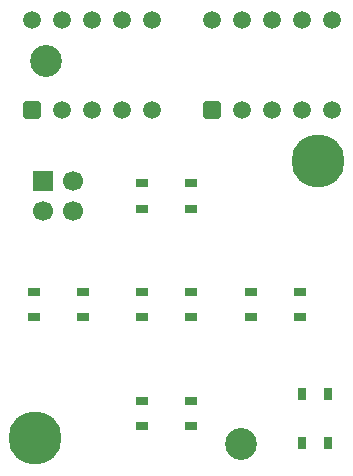
<source format=gbr>
%TF.GenerationSoftware,KiCad,Pcbnew,9.0.1*%
%TF.CreationDate,2025-09-02T02:57:32-07:00*%
%TF.ProjectId,pcb,7063622e-6b69-4636-9164-5f7063625858,B0*%
%TF.SameCoordinates,PX7bfa480PY4c4b400*%
%TF.FileFunction,Soldermask,Top*%
%TF.FilePolarity,Negative*%
%FSLAX46Y46*%
G04 Gerber Fmt 4.6, Leading zero omitted, Abs format (unit mm)*
G04 Created by KiCad (PCBNEW 9.0.1) date 2025-09-02 02:57:32*
%MOMM*%
%LPD*%
G01*
G04 APERTURE LIST*
G04 Aperture macros list*
%AMRoundRect*
0 Rectangle with rounded corners*
0 $1 Rounding radius*
0 $2 $3 $4 $5 $6 $7 $8 $9 X,Y pos of 4 corners*
0 Add a 4 corners polygon primitive as box body*
4,1,4,$2,$3,$4,$5,$6,$7,$8,$9,$2,$3,0*
0 Add four circle primitives for the rounded corners*
1,1,$1+$1,$2,$3*
1,1,$1+$1,$4,$5*
1,1,$1+$1,$6,$7*
1,1,$1+$1,$8,$9*
0 Add four rect primitives between the rounded corners*
20,1,$1+$1,$2,$3,$4,$5,0*
20,1,$1+$1,$4,$5,$6,$7,0*
20,1,$1+$1,$6,$7,$8,$9,0*
20,1,$1+$1,$8,$9,$2,$3,0*%
G04 Aperture macros list end*
%ADD10RoundRect,0.225000X0.525000X-0.525000X0.525000X0.525000X-0.525000X0.525000X-0.525000X-0.525000X0*%
%ADD11C,1.500000*%
%ADD12R,1.050000X0.650000*%
%ADD13C,2.700000*%
%ADD14C,3.100000*%
%ADD15C,4.500000*%
%ADD16R,0.650000X1.050000*%
%ADD17R,1.700000X1.700000*%
%ADD18C,1.700000*%
G04 APERTURE END LIST*
D10*
%TO.C,U3*%
X17790000Y-10210000D03*
D11*
X20330000Y-10210000D03*
X22870000Y-10210000D03*
X25410000Y-10210000D03*
X27950000Y-10210000D03*
X27950000Y-2590000D03*
X25410000Y-2590000D03*
X22870000Y-2590000D03*
X20330000Y-2590000D03*
X17790000Y-2590000D03*
%TD*%
D12*
%TO.C,SW1*%
X11875000Y-16425000D03*
X16025000Y-16425000D03*
X11875000Y-18575000D03*
X16025000Y-18575000D03*
%TD*%
D13*
%TO.C,H2*%
X20250000Y-38500000D03*
%TD*%
D12*
%TO.C,SW5*%
X25225000Y-27775000D03*
X21075000Y-27775000D03*
X25225000Y-25625000D03*
X21075000Y-25625000D03*
%TD*%
%TO.C,SW4*%
X2675000Y-25625000D03*
X6825000Y-25625000D03*
X2675000Y-27775000D03*
X6825000Y-27775000D03*
%TD*%
D14*
%TO.C,H3*%
X26800000Y-14500000D03*
D15*
X26800000Y-14500000D03*
%TD*%
D16*
%TO.C,SW6*%
X25425000Y-38450000D03*
X25425000Y-34300000D03*
X27575000Y-38450000D03*
X27575000Y-34300000D03*
%TD*%
D10*
%TO.C,U2*%
X2550000Y-10210000D03*
D11*
X5090000Y-10210000D03*
X7630000Y-10210000D03*
X10170000Y-10210000D03*
X12710000Y-10210000D03*
X12710000Y-2590000D03*
X10170000Y-2590000D03*
X7630000Y-2590000D03*
X5090000Y-2590000D03*
X2550000Y-2590000D03*
%TD*%
D12*
%TO.C,SW2*%
X16025000Y-27775000D03*
X11875000Y-27775000D03*
X16025000Y-25625000D03*
X11875000Y-25625000D03*
%TD*%
%TO.C,SW3*%
X11875000Y-34835000D03*
X16025000Y-34835000D03*
X11875000Y-36985000D03*
X16025000Y-36985000D03*
%TD*%
D14*
%TO.C,H4*%
X2800000Y-38000000D03*
D15*
X2800000Y-38000000D03*
%TD*%
D17*
%TO.C,J1*%
X3480000Y-16260000D03*
D18*
X6020000Y-16260000D03*
X3480000Y-18800000D03*
X6020000Y-18800000D03*
%TD*%
D13*
%TO.C,H1*%
X3700000Y-6100000D03*
%TD*%
M02*

</source>
